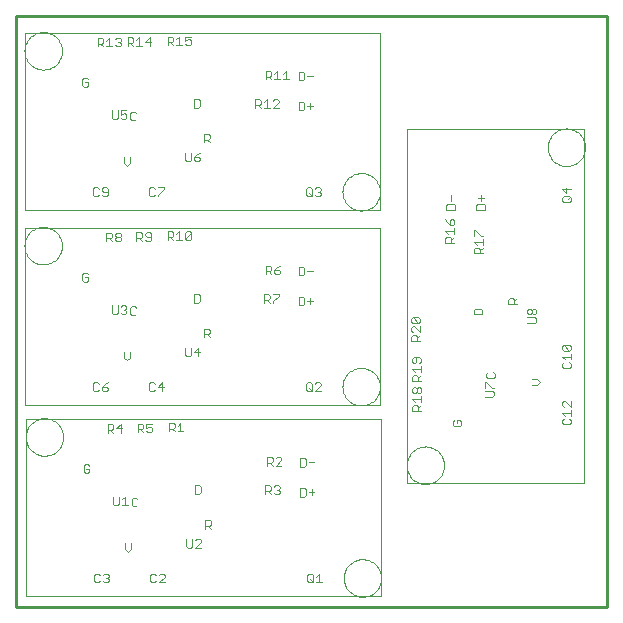
<source format=gto>
G75*
G70*
%OFA0B0*%
%FSLAX24Y24*%
%IPPOS*%
%LPD*%
%AMOC8*
5,1,8,0,0,1.08239X$1,22.5*
%
%ADD10C,0.0010*%
%ADD11C,0.0030*%
%ADD12C,0.0000*%
%ADD13C,0.0100*%
D10*
X000484Y000504D02*
X000484Y006409D01*
X012296Y006409D01*
X012296Y000504D01*
X000484Y000504D01*
X000445Y006882D02*
X000445Y012787D01*
X012256Y012787D01*
X012256Y006882D01*
X000445Y006882D01*
X000445Y013378D02*
X000445Y019283D01*
X012256Y019283D01*
X012256Y013378D01*
X000445Y013378D01*
X013182Y016075D02*
X013182Y004264D01*
X019087Y004264D01*
X019087Y016075D01*
X013182Y016075D01*
D11*
X014627Y013867D02*
X014627Y013674D01*
X014531Y013573D02*
X014482Y013524D01*
X014482Y013379D01*
X014772Y013379D01*
X014772Y013524D01*
X014724Y013573D01*
X014531Y013573D01*
X014452Y013062D02*
X014501Y012965D01*
X014597Y012868D01*
X014597Y013013D01*
X014646Y013062D01*
X014694Y013062D01*
X014742Y013013D01*
X014742Y012917D01*
X014694Y012868D01*
X014597Y012868D01*
X014742Y012767D02*
X014742Y012574D01*
X014742Y012670D02*
X014452Y012670D01*
X014549Y012574D01*
X014501Y012473D02*
X014597Y012473D01*
X014646Y012424D01*
X014646Y012279D01*
X014742Y012279D02*
X014452Y012279D01*
X014452Y012424D01*
X014501Y012473D01*
X014646Y012376D02*
X014742Y012473D01*
X015402Y012514D02*
X015402Y012708D01*
X015451Y012708D01*
X015644Y012514D01*
X015692Y012514D01*
X015692Y012413D02*
X015692Y012220D01*
X015692Y012316D02*
X015402Y012316D01*
X015499Y012220D01*
X015547Y012119D02*
X015596Y012070D01*
X015596Y011925D01*
X015692Y011925D02*
X015402Y011925D01*
X015402Y012070D01*
X015451Y012119D01*
X015547Y012119D01*
X015596Y012022D02*
X015692Y012119D01*
X015772Y013379D02*
X015482Y013379D01*
X015482Y013524D01*
X015531Y013573D01*
X015724Y013573D01*
X015772Y013524D01*
X015772Y013379D01*
X015627Y013674D02*
X015627Y013867D01*
X015531Y013770D02*
X015724Y013770D01*
X018342Y013774D02*
X018391Y013823D01*
X018584Y013823D01*
X018632Y013774D01*
X018632Y013677D01*
X018584Y013629D01*
X018391Y013629D01*
X018342Y013677D01*
X018342Y013774D01*
X018536Y013726D02*
X018632Y013823D01*
X018487Y013924D02*
X018487Y014117D01*
X018342Y014069D02*
X018487Y013924D01*
X018632Y014069D02*
X018342Y014069D01*
X016842Y010423D02*
X016746Y010326D01*
X016746Y010374D02*
X016746Y010229D01*
X016842Y010229D02*
X016552Y010229D01*
X016552Y010374D01*
X016601Y010423D01*
X016697Y010423D01*
X016746Y010374D01*
X017182Y010039D02*
X017182Y009942D01*
X017231Y009894D01*
X017279Y009894D01*
X017327Y009942D01*
X017327Y010039D01*
X017376Y010087D01*
X017424Y010087D01*
X017472Y010039D01*
X017472Y009942D01*
X017424Y009894D01*
X017376Y009894D01*
X017327Y009942D01*
X017327Y010039D02*
X017279Y010087D01*
X017231Y010087D01*
X017182Y010039D01*
X017182Y009793D02*
X017424Y009793D01*
X017472Y009744D01*
X017472Y009647D01*
X017424Y009599D01*
X017182Y009599D01*
X018342Y008829D02*
X018342Y008733D01*
X018391Y008684D01*
X018584Y008684D01*
X018391Y008878D01*
X018584Y008878D01*
X018632Y008829D01*
X018632Y008733D01*
X018584Y008684D01*
X018632Y008583D02*
X018632Y008390D01*
X018632Y008486D02*
X018342Y008486D01*
X018439Y008390D01*
X018391Y008289D02*
X018342Y008240D01*
X018342Y008143D01*
X018391Y008095D01*
X018584Y008095D01*
X018632Y008143D01*
X018632Y008240D01*
X018584Y008289D01*
X018342Y008829D02*
X018391Y008878D01*
X017516Y007743D02*
X017322Y007743D01*
X017516Y007743D02*
X017612Y007646D01*
X017516Y007549D01*
X017322Y007549D01*
X018342Y006959D02*
X018342Y006863D01*
X018391Y006814D01*
X018342Y006959D02*
X018391Y007008D01*
X018439Y007008D01*
X018632Y006814D01*
X018632Y007008D01*
X018632Y006713D02*
X018632Y006520D01*
X018632Y006616D02*
X018342Y006616D01*
X018439Y006520D01*
X018391Y006419D02*
X018342Y006370D01*
X018342Y006273D01*
X018391Y006225D01*
X018584Y006225D01*
X018632Y006273D01*
X018632Y006370D01*
X018584Y006419D01*
X016062Y007197D02*
X016014Y007149D01*
X015772Y007149D01*
X015772Y007343D02*
X016014Y007343D01*
X016062Y007294D01*
X016062Y007197D01*
X016062Y007444D02*
X016014Y007444D01*
X015821Y007637D01*
X015772Y007637D01*
X015772Y007444D01*
X015861Y007769D02*
X016054Y007769D01*
X016102Y007817D01*
X016102Y007914D01*
X016054Y007963D01*
X015861Y007963D02*
X015812Y007914D01*
X015812Y007817D01*
X015861Y007769D01*
X014934Y006363D02*
X014837Y006363D01*
X014837Y006266D01*
X014741Y006363D02*
X014692Y006314D01*
X014692Y006217D01*
X014741Y006169D01*
X014934Y006169D01*
X014982Y006217D01*
X014982Y006314D01*
X014934Y006363D01*
X013642Y006675D02*
X013352Y006675D01*
X013352Y006820D01*
X013401Y006869D01*
X013497Y006869D01*
X013546Y006820D01*
X013546Y006675D01*
X013546Y006772D02*
X013642Y006869D01*
X013642Y006970D02*
X013642Y007163D01*
X013642Y007066D02*
X013352Y007066D01*
X013449Y006970D01*
X013449Y007264D02*
X013401Y007264D01*
X013352Y007313D01*
X013352Y007409D01*
X013401Y007458D01*
X013449Y007458D01*
X013497Y007409D01*
X013497Y007313D01*
X013449Y007264D01*
X013497Y007313D02*
X013546Y007264D01*
X013594Y007264D01*
X013642Y007313D01*
X013642Y007409D01*
X013594Y007458D01*
X013546Y007458D01*
X013497Y007409D01*
X013536Y007675D02*
X013536Y007820D01*
X013487Y007869D01*
X013391Y007869D01*
X013342Y007820D01*
X013342Y007675D01*
X013632Y007675D01*
X013536Y007772D02*
X013632Y007869D01*
X013632Y007970D02*
X013632Y008163D01*
X013632Y008066D02*
X013342Y008066D01*
X013439Y007970D01*
X013439Y008264D02*
X013487Y008313D01*
X013487Y008458D01*
X013391Y008458D02*
X013342Y008409D01*
X013342Y008313D01*
X013391Y008264D01*
X013439Y008264D01*
X013584Y008264D02*
X013632Y008313D01*
X013632Y008409D01*
X013584Y008458D01*
X013391Y008458D01*
X013312Y009009D02*
X013312Y009154D01*
X013361Y009203D01*
X013457Y009203D01*
X013506Y009154D01*
X013506Y009009D01*
X013602Y009009D02*
X013312Y009009D01*
X013506Y009106D02*
X013602Y009203D01*
X013602Y009304D02*
X013409Y009497D01*
X013361Y009497D01*
X013312Y009449D01*
X013312Y009352D01*
X013361Y009304D01*
X013602Y009304D02*
X013602Y009497D01*
X013554Y009598D02*
X013361Y009792D01*
X013554Y009792D01*
X013602Y009743D01*
X013602Y009647D01*
X013554Y009598D01*
X013361Y009598D01*
X013312Y009647D01*
X013312Y009743D01*
X013361Y009792D01*
X015392Y009889D02*
X015392Y010034D01*
X015441Y010083D01*
X015634Y010083D01*
X015682Y010034D01*
X015682Y009889D01*
X015392Y009889D01*
X010298Y007579D02*
X010250Y007627D01*
X010153Y007627D01*
X010105Y007579D01*
X010004Y007579D02*
X010004Y007385D01*
X009955Y007337D01*
X009858Y007337D01*
X009810Y007385D01*
X009810Y007579D01*
X009858Y007627D01*
X009955Y007627D01*
X010004Y007579D01*
X009907Y007434D02*
X010004Y007337D01*
X010105Y007337D02*
X010298Y007530D01*
X010298Y007579D01*
X010298Y007337D02*
X010105Y007337D01*
X009745Y005109D02*
X009599Y005109D01*
X009599Y004819D01*
X009745Y004819D01*
X009793Y004867D01*
X009793Y005061D01*
X009745Y005109D01*
X009894Y004964D02*
X010088Y004964D01*
X009991Y004061D02*
X009991Y003867D01*
X009894Y003964D02*
X010088Y003964D01*
X009793Y004061D02*
X009745Y004109D01*
X009599Y004109D01*
X009599Y003819D01*
X009745Y003819D01*
X009793Y003867D01*
X009793Y004061D01*
X008928Y004092D02*
X008880Y004044D01*
X008928Y003996D01*
X008928Y003947D01*
X008880Y003899D01*
X008783Y003899D01*
X008735Y003947D01*
X008634Y003899D02*
X008537Y003996D01*
X008585Y003996D02*
X008440Y003996D01*
X008440Y003899D02*
X008440Y004189D01*
X008585Y004189D01*
X008634Y004141D01*
X008634Y004044D01*
X008585Y003996D01*
X008735Y004141D02*
X008783Y004189D01*
X008880Y004189D01*
X008928Y004141D01*
X008928Y004092D01*
X008880Y004044D02*
X008832Y004044D01*
X008794Y004849D02*
X008988Y005042D01*
X008988Y005091D01*
X008939Y005139D01*
X008843Y005139D01*
X008794Y005091D01*
X008693Y005091D02*
X008693Y004994D01*
X008645Y004946D01*
X008499Y004946D01*
X008499Y004849D02*
X008499Y005139D01*
X008645Y005139D01*
X008693Y005091D01*
X008596Y004946D02*
X008693Y004849D01*
X008794Y004849D02*
X008988Y004849D01*
X006643Y002991D02*
X006643Y002894D01*
X006595Y002846D01*
X006449Y002846D01*
X006449Y002749D02*
X006449Y003039D01*
X006595Y003039D01*
X006643Y002991D01*
X006546Y002846D02*
X006643Y002749D01*
X006308Y002361D02*
X006259Y002409D01*
X006163Y002409D01*
X006114Y002361D01*
X006013Y002409D02*
X006013Y002167D01*
X005965Y002119D01*
X005868Y002119D01*
X005819Y002167D01*
X005819Y002409D01*
X006114Y002119D02*
X006308Y002312D01*
X006308Y002361D01*
X006308Y002119D02*
X006114Y002119D01*
X005098Y001201D02*
X005098Y001152D01*
X004905Y000959D01*
X005098Y000959D01*
X004804Y001007D02*
X004755Y000959D01*
X004659Y000959D01*
X004610Y001007D01*
X004610Y001201D01*
X004659Y001249D01*
X004755Y001249D01*
X004804Y001201D01*
X004905Y001201D02*
X004953Y001249D01*
X005050Y001249D01*
X005098Y001201D01*
X003963Y002076D02*
X003866Y001979D01*
X003769Y002076D01*
X003769Y002269D01*
X003963Y002269D02*
X003963Y002076D01*
X003180Y001249D02*
X003228Y001201D01*
X003228Y001152D01*
X003180Y001104D01*
X003228Y001056D01*
X003228Y001007D01*
X003180Y000959D01*
X003083Y000959D01*
X003035Y001007D01*
X002934Y001007D02*
X002885Y000959D01*
X002789Y000959D01*
X002740Y001007D01*
X002740Y001201D01*
X002789Y001249D01*
X002885Y001249D01*
X002934Y001201D01*
X003035Y001201D02*
X003083Y001249D01*
X003180Y001249D01*
X003180Y001104D02*
X003132Y001104D01*
X003418Y003529D02*
X003369Y003577D01*
X003369Y003819D01*
X003563Y003819D02*
X003563Y003577D01*
X003515Y003529D01*
X003418Y003529D01*
X003664Y003529D02*
X003858Y003529D01*
X003761Y003529D02*
X003761Y003819D01*
X003664Y003722D01*
X003989Y003731D02*
X003989Y003537D01*
X004038Y003489D01*
X004135Y003489D01*
X004183Y003537D01*
X004183Y003731D02*
X004135Y003779D01*
X004038Y003779D01*
X003989Y003731D01*
X002583Y004657D02*
X002583Y004754D01*
X002486Y004754D01*
X002389Y004851D02*
X002389Y004657D01*
X002438Y004609D01*
X002535Y004609D01*
X002583Y004657D01*
X002583Y004851D02*
X002535Y004899D01*
X002438Y004899D01*
X002389Y004851D01*
X003190Y005949D02*
X003190Y006239D01*
X003335Y006239D01*
X003384Y006191D01*
X003384Y006094D01*
X003335Y006046D01*
X003190Y006046D01*
X003287Y006046D02*
X003384Y005949D01*
X003485Y006094D02*
X003678Y006094D01*
X003630Y005949D02*
X003630Y006239D01*
X003485Y006094D01*
X004190Y006056D02*
X004335Y006056D01*
X004384Y006104D01*
X004384Y006201D01*
X004335Y006249D01*
X004190Y006249D01*
X004190Y005959D01*
X004287Y006056D02*
X004384Y005959D01*
X004485Y006007D02*
X004533Y005959D01*
X004630Y005959D01*
X004678Y006007D01*
X004678Y006104D01*
X004630Y006152D01*
X004582Y006152D01*
X004485Y006104D01*
X004485Y006249D01*
X004678Y006249D01*
X005229Y006279D02*
X005229Y005989D01*
X005229Y006086D02*
X005375Y006086D01*
X005423Y006134D01*
X005423Y006231D01*
X005375Y006279D01*
X005229Y006279D01*
X005326Y006086D02*
X005423Y005989D01*
X005524Y005989D02*
X005718Y005989D01*
X005621Y005989D02*
X005621Y006279D01*
X005524Y006182D01*
X005011Y007337D02*
X005011Y007627D01*
X004865Y007482D01*
X005059Y007482D01*
X004764Y007579D02*
X004716Y007627D01*
X004619Y007627D01*
X004571Y007579D01*
X004571Y007385D01*
X004619Y007337D01*
X004716Y007337D01*
X004764Y007385D01*
X003827Y008357D02*
X003924Y008454D01*
X003924Y008647D01*
X003730Y008647D02*
X003730Y008454D01*
X003827Y008357D01*
X003189Y007627D02*
X003092Y007579D01*
X002995Y007482D01*
X003141Y007482D01*
X003189Y007434D01*
X003189Y007385D01*
X003141Y007337D01*
X003044Y007337D01*
X002995Y007385D01*
X002995Y007482D01*
X002894Y007579D02*
X002846Y007627D01*
X002749Y007627D01*
X002701Y007579D01*
X002701Y007385D01*
X002749Y007337D01*
X002846Y007337D01*
X002894Y007385D01*
X003378Y009907D02*
X003475Y009907D01*
X003524Y009955D01*
X003524Y010197D01*
X003625Y010149D02*
X003673Y010197D01*
X003770Y010197D01*
X003818Y010149D01*
X003818Y010100D01*
X003770Y010052D01*
X003818Y010004D01*
X003818Y009955D01*
X003770Y009907D01*
X003673Y009907D01*
X003625Y009955D01*
X003722Y010052D02*
X003770Y010052D01*
X003950Y010109D02*
X003950Y009915D01*
X003998Y009867D01*
X004095Y009867D01*
X004144Y009915D01*
X004144Y010109D02*
X004095Y010157D01*
X003998Y010157D01*
X003950Y010109D01*
X003378Y009907D02*
X003330Y009955D01*
X003330Y010197D01*
X002544Y011035D02*
X002495Y010987D01*
X002398Y010987D01*
X002350Y011035D01*
X002350Y011229D01*
X002398Y011277D01*
X002495Y011277D01*
X002544Y011229D01*
X002544Y011132D02*
X002447Y011132D01*
X002544Y011132D02*
X002544Y011035D01*
X003151Y012327D02*
X003151Y012617D01*
X003296Y012617D01*
X003344Y012569D01*
X003344Y012472D01*
X003296Y012424D01*
X003151Y012424D01*
X003248Y012424D02*
X003344Y012327D01*
X003445Y012375D02*
X003445Y012424D01*
X003494Y012472D01*
X003591Y012472D01*
X003639Y012424D01*
X003639Y012375D01*
X003591Y012327D01*
X003494Y012327D01*
X003445Y012375D01*
X003494Y012472D02*
X003445Y012520D01*
X003445Y012569D01*
X003494Y012617D01*
X003591Y012617D01*
X003639Y012569D01*
X003639Y012520D01*
X003591Y012472D01*
X004151Y012434D02*
X004296Y012434D01*
X004344Y012482D01*
X004344Y012579D01*
X004296Y012627D01*
X004151Y012627D01*
X004151Y012337D01*
X004248Y012434D02*
X004344Y012337D01*
X004445Y012385D02*
X004494Y012337D01*
X004591Y012337D01*
X004639Y012385D01*
X004639Y012579D01*
X004591Y012627D01*
X004494Y012627D01*
X004445Y012579D01*
X004445Y012530D01*
X004494Y012482D01*
X004639Y012482D01*
X005190Y012464D02*
X005335Y012464D01*
X005384Y012512D01*
X005384Y012609D01*
X005335Y012657D01*
X005190Y012657D01*
X005190Y012367D01*
X005287Y012464D02*
X005384Y012367D01*
X005485Y012367D02*
X005678Y012367D01*
X005582Y012367D02*
X005582Y012657D01*
X005485Y012560D01*
X005779Y012609D02*
X005828Y012657D01*
X005925Y012657D01*
X005973Y012609D01*
X005779Y012415D01*
X005828Y012367D01*
X005925Y012367D01*
X005973Y012415D01*
X005973Y012609D01*
X005779Y012609D02*
X005779Y012415D01*
X004865Y013833D02*
X004865Y013881D01*
X005059Y014075D01*
X005059Y014123D01*
X004865Y014123D01*
X004764Y014075D02*
X004716Y014123D01*
X004619Y014123D01*
X004571Y014075D01*
X004571Y013881D01*
X004619Y013833D01*
X004716Y013833D01*
X004764Y013881D01*
X003827Y014853D02*
X003730Y014950D01*
X003730Y015143D01*
X003924Y015143D02*
X003924Y014950D01*
X003827Y014853D01*
X003141Y014123D02*
X003044Y014123D01*
X002995Y014075D01*
X002995Y014026D01*
X003044Y013978D01*
X003189Y013978D01*
X003189Y013881D02*
X003189Y014075D01*
X003141Y014123D01*
X003189Y013881D02*
X003141Y013833D01*
X003044Y013833D01*
X002995Y013881D01*
X002894Y013881D02*
X002846Y013833D01*
X002749Y013833D01*
X002701Y013881D01*
X002701Y014075D01*
X002749Y014123D01*
X002846Y014123D01*
X002894Y014075D01*
X003998Y016363D02*
X004095Y016363D01*
X004144Y016411D01*
X003998Y016363D02*
X003950Y016411D01*
X003950Y016605D01*
X003998Y016653D01*
X004095Y016653D01*
X004144Y016605D01*
X003818Y016548D02*
X003818Y016451D01*
X003770Y016403D01*
X003673Y016403D01*
X003625Y016451D01*
X003625Y016548D02*
X003722Y016596D01*
X003770Y016596D01*
X003818Y016548D01*
X003818Y016693D02*
X003625Y016693D01*
X003625Y016548D01*
X003524Y016451D02*
X003524Y016693D01*
X003330Y016693D02*
X003330Y016451D01*
X003378Y016403D01*
X003475Y016403D01*
X003524Y016451D01*
X002495Y017483D02*
X002544Y017531D01*
X002544Y017628D01*
X002447Y017628D01*
X002544Y017725D02*
X002495Y017773D01*
X002398Y017773D01*
X002350Y017725D01*
X002350Y017531D01*
X002398Y017483D01*
X002495Y017483D01*
X002856Y018823D02*
X002856Y019113D01*
X003001Y019113D01*
X003050Y019065D01*
X003050Y018968D01*
X003001Y018920D01*
X002856Y018920D01*
X002953Y018920D02*
X003050Y018823D01*
X003151Y018823D02*
X003344Y018823D01*
X003248Y018823D02*
X003248Y019113D01*
X003151Y019016D01*
X003445Y019065D02*
X003494Y019113D01*
X003591Y019113D01*
X003639Y019065D01*
X003639Y019016D01*
X003591Y018968D01*
X003639Y018920D01*
X003639Y018871D01*
X003591Y018823D01*
X003494Y018823D01*
X003445Y018871D01*
X003542Y018968D02*
X003591Y018968D01*
X003856Y018930D02*
X004001Y018930D01*
X004050Y018978D01*
X004050Y019075D01*
X004001Y019123D01*
X003856Y019123D01*
X003856Y018833D01*
X003953Y018930D02*
X004050Y018833D01*
X004151Y018833D02*
X004344Y018833D01*
X004248Y018833D02*
X004248Y019123D01*
X004151Y019026D01*
X004445Y018978D02*
X004639Y018978D01*
X004591Y019123D02*
X004445Y018978D01*
X004591Y018833D02*
X004591Y019123D01*
X005190Y019153D02*
X005190Y018863D01*
X005190Y018960D02*
X005335Y018960D01*
X005384Y019008D01*
X005384Y019105D01*
X005335Y019153D01*
X005190Y019153D01*
X005287Y018960D02*
X005384Y018863D01*
X005485Y018863D02*
X005678Y018863D01*
X005582Y018863D02*
X005582Y019153D01*
X005485Y019056D01*
X005779Y019008D02*
X005876Y019056D01*
X005925Y019056D01*
X005973Y019008D01*
X005973Y018911D01*
X005925Y018863D01*
X005828Y018863D01*
X005779Y018911D01*
X005779Y019008D02*
X005779Y019153D01*
X005973Y019153D01*
X006070Y017073D02*
X006215Y017073D01*
X006264Y017025D01*
X006264Y016831D01*
X006215Y016783D01*
X006070Y016783D01*
X006070Y017073D01*
X006410Y015913D02*
X006555Y015913D01*
X006604Y015865D01*
X006604Y015768D01*
X006555Y015720D01*
X006410Y015720D01*
X006507Y015720D02*
X006604Y015623D01*
X006410Y015623D02*
X006410Y015913D01*
X006268Y015283D02*
X006172Y015235D01*
X006075Y015138D01*
X006220Y015138D01*
X006268Y015090D01*
X006268Y015041D01*
X006220Y014993D01*
X006123Y014993D01*
X006075Y015041D01*
X006075Y015138D01*
X005974Y015041D02*
X005974Y015283D01*
X005780Y015283D02*
X005780Y015041D01*
X005828Y014993D01*
X005925Y014993D01*
X005974Y015041D01*
X008106Y016773D02*
X008106Y017063D01*
X008251Y017063D01*
X008300Y017015D01*
X008300Y016918D01*
X008251Y016870D01*
X008106Y016870D01*
X008203Y016870D02*
X008300Y016773D01*
X008401Y016773D02*
X008594Y016773D01*
X008498Y016773D02*
X008498Y017063D01*
X008401Y016966D01*
X008695Y017015D02*
X008744Y017063D01*
X008841Y017063D01*
X008889Y017015D01*
X008889Y016966D01*
X008695Y016773D01*
X008889Y016773D01*
X009560Y016693D02*
X009705Y016693D01*
X009754Y016741D01*
X009754Y016935D01*
X009705Y016983D01*
X009560Y016983D01*
X009560Y016693D01*
X009855Y016838D02*
X010048Y016838D01*
X009952Y016935D02*
X009952Y016741D01*
X009705Y017693D02*
X009560Y017693D01*
X009560Y017983D01*
X009705Y017983D01*
X009754Y017935D01*
X009754Y017741D01*
X009705Y017693D01*
X009855Y017838D02*
X010048Y017838D01*
X009243Y017723D02*
X009049Y017723D01*
X009146Y017723D02*
X009146Y018013D01*
X009049Y017916D01*
X008948Y017723D02*
X008755Y017723D01*
X008852Y017723D02*
X008852Y018013D01*
X008755Y017916D01*
X008654Y017868D02*
X008605Y017820D01*
X008460Y017820D01*
X008557Y017820D02*
X008654Y017723D01*
X008654Y017868D02*
X008654Y017965D01*
X008605Y018013D01*
X008460Y018013D01*
X008460Y017723D01*
X009858Y014123D02*
X009955Y014123D01*
X010004Y014075D01*
X010004Y013881D01*
X009955Y013833D01*
X009858Y013833D01*
X009810Y013881D01*
X009810Y014075D01*
X009858Y014123D01*
X009907Y013930D02*
X010004Y013833D01*
X010105Y013881D02*
X010153Y013833D01*
X010250Y013833D01*
X010298Y013881D01*
X010298Y013930D01*
X010250Y013978D01*
X010202Y013978D01*
X010250Y013978D02*
X010298Y014026D01*
X010298Y014075D01*
X010250Y014123D01*
X010153Y014123D01*
X010105Y014075D01*
X009705Y011487D02*
X009560Y011487D01*
X009560Y011197D01*
X009705Y011197D01*
X009754Y011245D01*
X009754Y011439D01*
X009705Y011487D01*
X009855Y011342D02*
X010048Y011342D01*
X009952Y010439D02*
X009952Y010245D01*
X010048Y010342D02*
X009855Y010342D01*
X009754Y010439D02*
X009705Y010487D01*
X009560Y010487D01*
X009560Y010197D01*
X009705Y010197D01*
X009754Y010245D01*
X009754Y010439D01*
X008889Y010519D02*
X008695Y010325D01*
X008695Y010277D01*
X008594Y010277D02*
X008498Y010374D01*
X008546Y010374D02*
X008401Y010374D01*
X008401Y010277D02*
X008401Y010567D01*
X008546Y010567D01*
X008594Y010519D01*
X008594Y010422D01*
X008546Y010374D01*
X008695Y010567D02*
X008889Y010567D01*
X008889Y010519D01*
X008900Y011227D02*
X008948Y011275D01*
X008948Y011324D01*
X008900Y011372D01*
X008755Y011372D01*
X008755Y011275D01*
X008803Y011227D01*
X008900Y011227D01*
X008755Y011372D02*
X008852Y011469D01*
X008948Y011517D01*
X008654Y011469D02*
X008654Y011372D01*
X008605Y011324D01*
X008460Y011324D01*
X008557Y011324D02*
X008654Y011227D01*
X008460Y011227D02*
X008460Y011517D01*
X008605Y011517D01*
X008654Y011469D01*
X006604Y009369D02*
X006555Y009417D01*
X006410Y009417D01*
X006410Y009127D01*
X006410Y009224D02*
X006555Y009224D01*
X006604Y009272D01*
X006604Y009369D01*
X006507Y009224D02*
X006604Y009127D01*
X006220Y008787D02*
X006075Y008642D01*
X006268Y008642D01*
X006220Y008497D02*
X006220Y008787D01*
X005974Y008787D02*
X005974Y008545D01*
X005925Y008497D01*
X005828Y008497D01*
X005780Y008545D01*
X005780Y008787D01*
X006070Y010287D02*
X006215Y010287D01*
X006264Y010335D01*
X006264Y010529D01*
X006215Y010577D01*
X006070Y010577D01*
X006070Y010287D01*
X006109Y004199D02*
X006255Y004199D01*
X006303Y004151D01*
X006303Y003957D01*
X006255Y003909D01*
X006109Y003909D01*
X006109Y004199D01*
X009849Y001201D02*
X009849Y001007D01*
X009898Y000959D01*
X009995Y000959D01*
X010043Y001007D01*
X010043Y001201D01*
X009995Y001249D01*
X009898Y001249D01*
X009849Y001201D01*
X009946Y001056D02*
X010043Y000959D01*
X010144Y000959D02*
X010338Y000959D01*
X010241Y000959D02*
X010241Y001249D01*
X010144Y001152D01*
D12*
X011059Y001104D02*
X011061Y001154D01*
X011067Y001203D01*
X011077Y001252D01*
X011090Y001299D01*
X011108Y001346D01*
X011129Y001391D01*
X011153Y001434D01*
X011181Y001475D01*
X011212Y001514D01*
X011246Y001550D01*
X011283Y001584D01*
X011323Y001614D01*
X011364Y001641D01*
X011408Y001665D01*
X011453Y001685D01*
X011500Y001701D01*
X011548Y001714D01*
X011597Y001723D01*
X011647Y001728D01*
X011696Y001729D01*
X011746Y001726D01*
X011795Y001719D01*
X011844Y001708D01*
X011891Y001694D01*
X011937Y001675D01*
X011982Y001653D01*
X012025Y001628D01*
X012065Y001599D01*
X012103Y001567D01*
X012139Y001533D01*
X012172Y001495D01*
X012201Y001455D01*
X012227Y001413D01*
X012250Y001369D01*
X012269Y001323D01*
X012285Y001276D01*
X012297Y001227D01*
X012305Y001178D01*
X012309Y001129D01*
X012309Y001079D01*
X012305Y001030D01*
X012297Y000981D01*
X012285Y000932D01*
X012269Y000885D01*
X012250Y000839D01*
X012227Y000795D01*
X012201Y000753D01*
X012172Y000713D01*
X012139Y000675D01*
X012103Y000641D01*
X012065Y000609D01*
X012025Y000580D01*
X011982Y000555D01*
X011937Y000533D01*
X011891Y000514D01*
X011844Y000500D01*
X011795Y000489D01*
X011746Y000482D01*
X011696Y000479D01*
X011647Y000480D01*
X011597Y000485D01*
X011548Y000494D01*
X011500Y000507D01*
X011453Y000523D01*
X011408Y000543D01*
X011364Y000567D01*
X011323Y000594D01*
X011283Y000624D01*
X011246Y000658D01*
X011212Y000694D01*
X011181Y000733D01*
X011153Y000774D01*
X011129Y000817D01*
X011108Y000862D01*
X011090Y000909D01*
X011077Y000956D01*
X011067Y001005D01*
X011061Y001054D01*
X011059Y001104D01*
X013162Y004864D02*
X013164Y004914D01*
X013170Y004963D01*
X013180Y005012D01*
X013193Y005059D01*
X013211Y005106D01*
X013232Y005151D01*
X013256Y005194D01*
X013284Y005235D01*
X013315Y005274D01*
X013349Y005310D01*
X013386Y005344D01*
X013426Y005374D01*
X013467Y005401D01*
X013511Y005425D01*
X013556Y005445D01*
X013603Y005461D01*
X013651Y005474D01*
X013700Y005483D01*
X013750Y005488D01*
X013799Y005489D01*
X013849Y005486D01*
X013898Y005479D01*
X013947Y005468D01*
X013994Y005454D01*
X014040Y005435D01*
X014085Y005413D01*
X014128Y005388D01*
X014168Y005359D01*
X014206Y005327D01*
X014242Y005293D01*
X014275Y005255D01*
X014304Y005215D01*
X014330Y005173D01*
X014353Y005129D01*
X014372Y005083D01*
X014388Y005036D01*
X014400Y004987D01*
X014408Y004938D01*
X014412Y004889D01*
X014412Y004839D01*
X014408Y004790D01*
X014400Y004741D01*
X014388Y004692D01*
X014372Y004645D01*
X014353Y004599D01*
X014330Y004555D01*
X014304Y004513D01*
X014275Y004473D01*
X014242Y004435D01*
X014206Y004401D01*
X014168Y004369D01*
X014128Y004340D01*
X014085Y004315D01*
X014040Y004293D01*
X013994Y004274D01*
X013947Y004260D01*
X013898Y004249D01*
X013849Y004242D01*
X013799Y004239D01*
X013750Y004240D01*
X013700Y004245D01*
X013651Y004254D01*
X013603Y004267D01*
X013556Y004283D01*
X013511Y004303D01*
X013467Y004327D01*
X013426Y004354D01*
X013386Y004384D01*
X013349Y004418D01*
X013315Y004454D01*
X013284Y004493D01*
X013256Y004534D01*
X013232Y004577D01*
X013211Y004622D01*
X013193Y004669D01*
X013180Y004716D01*
X013170Y004765D01*
X013164Y004814D01*
X013162Y004864D01*
X011020Y007482D02*
X011022Y007532D01*
X011028Y007581D01*
X011038Y007630D01*
X011051Y007677D01*
X011069Y007724D01*
X011090Y007769D01*
X011114Y007812D01*
X011142Y007853D01*
X011173Y007892D01*
X011207Y007928D01*
X011244Y007962D01*
X011284Y007992D01*
X011325Y008019D01*
X011369Y008043D01*
X011414Y008063D01*
X011461Y008079D01*
X011509Y008092D01*
X011558Y008101D01*
X011608Y008106D01*
X011657Y008107D01*
X011707Y008104D01*
X011756Y008097D01*
X011805Y008086D01*
X011852Y008072D01*
X011898Y008053D01*
X011943Y008031D01*
X011986Y008006D01*
X012026Y007977D01*
X012064Y007945D01*
X012100Y007911D01*
X012133Y007873D01*
X012162Y007833D01*
X012188Y007791D01*
X012211Y007747D01*
X012230Y007701D01*
X012246Y007654D01*
X012258Y007605D01*
X012266Y007556D01*
X012270Y007507D01*
X012270Y007457D01*
X012266Y007408D01*
X012258Y007359D01*
X012246Y007310D01*
X012230Y007263D01*
X012211Y007217D01*
X012188Y007173D01*
X012162Y007131D01*
X012133Y007091D01*
X012100Y007053D01*
X012064Y007019D01*
X012026Y006987D01*
X011986Y006958D01*
X011943Y006933D01*
X011898Y006911D01*
X011852Y006892D01*
X011805Y006878D01*
X011756Y006867D01*
X011707Y006860D01*
X011657Y006857D01*
X011608Y006858D01*
X011558Y006863D01*
X011509Y006872D01*
X011461Y006885D01*
X011414Y006901D01*
X011369Y006921D01*
X011325Y006945D01*
X011284Y006972D01*
X011244Y007002D01*
X011207Y007036D01*
X011173Y007072D01*
X011142Y007111D01*
X011114Y007152D01*
X011090Y007195D01*
X011069Y007240D01*
X011051Y007287D01*
X011038Y007334D01*
X011028Y007383D01*
X011022Y007432D01*
X011020Y007482D01*
X011020Y013978D02*
X011022Y014028D01*
X011028Y014077D01*
X011038Y014126D01*
X011051Y014173D01*
X011069Y014220D01*
X011090Y014265D01*
X011114Y014308D01*
X011142Y014349D01*
X011173Y014388D01*
X011207Y014424D01*
X011244Y014458D01*
X011284Y014488D01*
X011325Y014515D01*
X011369Y014539D01*
X011414Y014559D01*
X011461Y014575D01*
X011509Y014588D01*
X011558Y014597D01*
X011608Y014602D01*
X011657Y014603D01*
X011707Y014600D01*
X011756Y014593D01*
X011805Y014582D01*
X011852Y014568D01*
X011898Y014549D01*
X011943Y014527D01*
X011986Y014502D01*
X012026Y014473D01*
X012064Y014441D01*
X012100Y014407D01*
X012133Y014369D01*
X012162Y014329D01*
X012188Y014287D01*
X012211Y014243D01*
X012230Y014197D01*
X012246Y014150D01*
X012258Y014101D01*
X012266Y014052D01*
X012270Y014003D01*
X012270Y013953D01*
X012266Y013904D01*
X012258Y013855D01*
X012246Y013806D01*
X012230Y013759D01*
X012211Y013713D01*
X012188Y013669D01*
X012162Y013627D01*
X012133Y013587D01*
X012100Y013549D01*
X012064Y013515D01*
X012026Y013483D01*
X011986Y013454D01*
X011943Y013429D01*
X011898Y013407D01*
X011852Y013388D01*
X011805Y013374D01*
X011756Y013363D01*
X011707Y013356D01*
X011657Y013353D01*
X011608Y013354D01*
X011558Y013359D01*
X011509Y013368D01*
X011461Y013381D01*
X011414Y013397D01*
X011369Y013417D01*
X011325Y013441D01*
X011284Y013468D01*
X011244Y013498D01*
X011207Y013532D01*
X011173Y013568D01*
X011142Y013607D01*
X011114Y013648D01*
X011090Y013691D01*
X011069Y013736D01*
X011051Y013783D01*
X011038Y013830D01*
X011028Y013879D01*
X011022Y013928D01*
X011020Y013978D01*
X017862Y015464D02*
X017864Y015514D01*
X017870Y015563D01*
X017880Y015612D01*
X017893Y015659D01*
X017911Y015706D01*
X017932Y015751D01*
X017956Y015794D01*
X017984Y015835D01*
X018015Y015874D01*
X018049Y015910D01*
X018086Y015944D01*
X018126Y015974D01*
X018167Y016001D01*
X018211Y016025D01*
X018256Y016045D01*
X018303Y016061D01*
X018351Y016074D01*
X018400Y016083D01*
X018450Y016088D01*
X018499Y016089D01*
X018549Y016086D01*
X018598Y016079D01*
X018647Y016068D01*
X018694Y016054D01*
X018740Y016035D01*
X018785Y016013D01*
X018828Y015988D01*
X018868Y015959D01*
X018906Y015927D01*
X018942Y015893D01*
X018975Y015855D01*
X019004Y015815D01*
X019030Y015773D01*
X019053Y015729D01*
X019072Y015683D01*
X019088Y015636D01*
X019100Y015587D01*
X019108Y015538D01*
X019112Y015489D01*
X019112Y015439D01*
X019108Y015390D01*
X019100Y015341D01*
X019088Y015292D01*
X019072Y015245D01*
X019053Y015199D01*
X019030Y015155D01*
X019004Y015113D01*
X018975Y015073D01*
X018942Y015035D01*
X018906Y015001D01*
X018868Y014969D01*
X018828Y014940D01*
X018785Y014915D01*
X018740Y014893D01*
X018694Y014874D01*
X018647Y014860D01*
X018598Y014849D01*
X018549Y014842D01*
X018499Y014839D01*
X018450Y014840D01*
X018400Y014845D01*
X018351Y014854D01*
X018303Y014867D01*
X018256Y014883D01*
X018211Y014903D01*
X018167Y014927D01*
X018126Y014954D01*
X018086Y014984D01*
X018049Y015018D01*
X018015Y015054D01*
X017984Y015093D01*
X017956Y015134D01*
X017932Y015177D01*
X017911Y015222D01*
X017893Y015269D01*
X017880Y015316D01*
X017870Y015365D01*
X017864Y015414D01*
X017862Y015464D01*
X000420Y018678D02*
X000422Y018728D01*
X000428Y018777D01*
X000438Y018826D01*
X000451Y018873D01*
X000469Y018920D01*
X000490Y018965D01*
X000514Y019008D01*
X000542Y019049D01*
X000573Y019088D01*
X000607Y019124D01*
X000644Y019158D01*
X000684Y019188D01*
X000725Y019215D01*
X000769Y019239D01*
X000814Y019259D01*
X000861Y019275D01*
X000909Y019288D01*
X000958Y019297D01*
X001008Y019302D01*
X001057Y019303D01*
X001107Y019300D01*
X001156Y019293D01*
X001205Y019282D01*
X001252Y019268D01*
X001298Y019249D01*
X001343Y019227D01*
X001386Y019202D01*
X001426Y019173D01*
X001464Y019141D01*
X001500Y019107D01*
X001533Y019069D01*
X001562Y019029D01*
X001588Y018987D01*
X001611Y018943D01*
X001630Y018897D01*
X001646Y018850D01*
X001658Y018801D01*
X001666Y018752D01*
X001670Y018703D01*
X001670Y018653D01*
X001666Y018604D01*
X001658Y018555D01*
X001646Y018506D01*
X001630Y018459D01*
X001611Y018413D01*
X001588Y018369D01*
X001562Y018327D01*
X001533Y018287D01*
X001500Y018249D01*
X001464Y018215D01*
X001426Y018183D01*
X001386Y018154D01*
X001343Y018129D01*
X001298Y018107D01*
X001252Y018088D01*
X001205Y018074D01*
X001156Y018063D01*
X001107Y018056D01*
X001057Y018053D01*
X001008Y018054D01*
X000958Y018059D01*
X000909Y018068D01*
X000861Y018081D01*
X000814Y018097D01*
X000769Y018117D01*
X000725Y018141D01*
X000684Y018168D01*
X000644Y018198D01*
X000607Y018232D01*
X000573Y018268D01*
X000542Y018307D01*
X000514Y018348D01*
X000490Y018391D01*
X000469Y018436D01*
X000451Y018483D01*
X000438Y018530D01*
X000428Y018579D01*
X000422Y018628D01*
X000420Y018678D01*
X000420Y012182D02*
X000422Y012232D01*
X000428Y012281D01*
X000438Y012330D01*
X000451Y012377D01*
X000469Y012424D01*
X000490Y012469D01*
X000514Y012512D01*
X000542Y012553D01*
X000573Y012592D01*
X000607Y012628D01*
X000644Y012662D01*
X000684Y012692D01*
X000725Y012719D01*
X000769Y012743D01*
X000814Y012763D01*
X000861Y012779D01*
X000909Y012792D01*
X000958Y012801D01*
X001008Y012806D01*
X001057Y012807D01*
X001107Y012804D01*
X001156Y012797D01*
X001205Y012786D01*
X001252Y012772D01*
X001298Y012753D01*
X001343Y012731D01*
X001386Y012706D01*
X001426Y012677D01*
X001464Y012645D01*
X001500Y012611D01*
X001533Y012573D01*
X001562Y012533D01*
X001588Y012491D01*
X001611Y012447D01*
X001630Y012401D01*
X001646Y012354D01*
X001658Y012305D01*
X001666Y012256D01*
X001670Y012207D01*
X001670Y012157D01*
X001666Y012108D01*
X001658Y012059D01*
X001646Y012010D01*
X001630Y011963D01*
X001611Y011917D01*
X001588Y011873D01*
X001562Y011831D01*
X001533Y011791D01*
X001500Y011753D01*
X001464Y011719D01*
X001426Y011687D01*
X001386Y011658D01*
X001343Y011633D01*
X001298Y011611D01*
X001252Y011592D01*
X001205Y011578D01*
X001156Y011567D01*
X001107Y011560D01*
X001057Y011557D01*
X001008Y011558D01*
X000958Y011563D01*
X000909Y011572D01*
X000861Y011585D01*
X000814Y011601D01*
X000769Y011621D01*
X000725Y011645D01*
X000684Y011672D01*
X000644Y011702D01*
X000607Y011736D01*
X000573Y011772D01*
X000542Y011811D01*
X000514Y011852D01*
X000490Y011895D01*
X000469Y011940D01*
X000451Y011987D01*
X000438Y012034D01*
X000428Y012083D01*
X000422Y012132D01*
X000420Y012182D01*
X000459Y005804D02*
X000461Y005854D01*
X000467Y005903D01*
X000477Y005952D01*
X000490Y005999D01*
X000508Y006046D01*
X000529Y006091D01*
X000553Y006134D01*
X000581Y006175D01*
X000612Y006214D01*
X000646Y006250D01*
X000683Y006284D01*
X000723Y006314D01*
X000764Y006341D01*
X000808Y006365D01*
X000853Y006385D01*
X000900Y006401D01*
X000948Y006414D01*
X000997Y006423D01*
X001047Y006428D01*
X001096Y006429D01*
X001146Y006426D01*
X001195Y006419D01*
X001244Y006408D01*
X001291Y006394D01*
X001337Y006375D01*
X001382Y006353D01*
X001425Y006328D01*
X001465Y006299D01*
X001503Y006267D01*
X001539Y006233D01*
X001572Y006195D01*
X001601Y006155D01*
X001627Y006113D01*
X001650Y006069D01*
X001669Y006023D01*
X001685Y005976D01*
X001697Y005927D01*
X001705Y005878D01*
X001709Y005829D01*
X001709Y005779D01*
X001705Y005730D01*
X001697Y005681D01*
X001685Y005632D01*
X001669Y005585D01*
X001650Y005539D01*
X001627Y005495D01*
X001601Y005453D01*
X001572Y005413D01*
X001539Y005375D01*
X001503Y005341D01*
X001465Y005309D01*
X001425Y005280D01*
X001382Y005255D01*
X001337Y005233D01*
X001291Y005214D01*
X001244Y005200D01*
X001195Y005189D01*
X001146Y005182D01*
X001096Y005179D01*
X001047Y005180D01*
X000997Y005185D01*
X000948Y005194D01*
X000900Y005207D01*
X000853Y005223D01*
X000808Y005243D01*
X000764Y005267D01*
X000723Y005294D01*
X000683Y005324D01*
X000646Y005358D01*
X000612Y005394D01*
X000581Y005433D01*
X000553Y005474D01*
X000529Y005517D01*
X000508Y005562D01*
X000490Y005609D01*
X000477Y005656D01*
X000467Y005705D01*
X000461Y005754D01*
X000459Y005804D01*
D13*
X000150Y000150D02*
X000150Y019835D01*
X019835Y019835D01*
X019835Y000150D01*
X000150Y000150D01*
M02*

</source>
